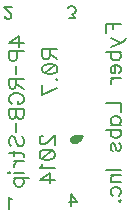
<source format=gbo>
G04 DipTrace 2.4.0.2*
%IN4P-RGB-Strip.gbo*%
%MOMM*%
%ADD10C,0.25*%
%ADD20O,0.863X0.723*%
%ADD30C,0.196*%
%ADD31C,0.157*%
%FSLAX53Y53*%
G04*
G71*
G90*
G75*
G01*
%LNBotSilk*%
%LPD*%
G36*
X18742Y17831D2*
X18109Y17214D1*
X17762Y17698D1*
X17919Y17824D1*
X18742Y17831D1*
G37*
D20*
X18047Y17549D3*
X18626Y17834D2*
D10*
G02X18123Y17317I-586J68D01*
G01*
X18603Y17848D2*
G03X17982Y17787I-219J-970D01*
G01*
X13706Y25734D2*
D30*
X12431D1*
X13280Y26342D1*
Y25431D1*
X13098Y25039D2*
Y24491D1*
X13038Y24310D1*
X12976Y24248D1*
X12855Y24188D1*
X12673D1*
X12552Y24248D1*
X12490Y24310D1*
X12430Y24491D1*
Y25039D1*
X13706D1*
X13068Y23796D2*
Y23094D1*
X13038Y22702D2*
Y22156D1*
X12976Y21973D1*
X12915Y21911D1*
X12795Y21851D1*
X12673D1*
X12552Y21911D1*
X12490Y21973D1*
X12430Y22156D1*
Y22702D1*
X13706D1*
X13038Y22276D2*
X13706Y21851D1*
X12733Y20548D2*
X12612Y20608D1*
X12490Y20730D1*
X12430Y20851D1*
Y21094D1*
X12490Y21216D1*
X12612Y21337D1*
X12733Y21398D1*
X12915Y21459D1*
X13220D1*
X13401Y21398D1*
X13523Y21337D1*
X13644Y21216D1*
X13706Y21094D1*
Y20851D1*
X13644Y20730D1*
X13523Y20608D1*
X13401Y20548D1*
X13220D1*
Y20851D1*
X12430Y20156D2*
X13706D1*
Y19608D1*
X13644Y19426D1*
X13584Y19365D1*
X13463Y19305D1*
X13280D1*
X13158Y19365D1*
X13098Y19426D1*
X13038Y19608D1*
X12976Y19426D1*
X12915Y19365D1*
X12795Y19305D1*
X12673D1*
X12552Y19365D1*
X12490Y19426D1*
X12430Y19608D1*
Y20156D1*
X13038D2*
Y19608D1*
X13068Y18913D2*
Y18211D1*
X12612Y16968D2*
X12490Y17089D1*
X12430Y17271D1*
Y17514D1*
X12490Y17696D1*
X12612Y17819D1*
X12733D1*
X12855Y17757D1*
X12915Y17696D1*
X12976Y17576D1*
X13098Y17211D1*
X13158Y17089D1*
X13220Y17028D1*
X13341Y16968D1*
X13523D1*
X13644Y17089D1*
X13706Y17271D1*
Y17514D1*
X13644Y17696D1*
X13523Y17819D1*
X12430Y16393D2*
X13463D1*
X13644Y16333D1*
X13706Y16211D1*
Y16090D1*
X12855Y16576D2*
Y16150D1*
Y15698D2*
X13706D1*
X13220D2*
X13038Y15636D1*
X12915Y15515D1*
X12855Y15393D1*
Y15211D1*
X12430Y14819D2*
X12490Y14758D1*
X12430Y14696D1*
X12368Y14758D1*
X12430Y14819D1*
X12855Y14758D2*
X13706D1*
X12855Y14304D2*
X14131D1*
X13038D2*
X12917Y14182D1*
X12855Y14061D1*
Y13879D1*
X12917Y13757D1*
X13038Y13636D1*
X13220Y13574D1*
X13342D1*
X13523Y13636D1*
X13645Y13757D1*
X13706Y13879D1*
Y14061D1*
X13645Y14182D1*
X13523Y14304D1*
X20625Y26572D2*
Y27362D1*
X21901D1*
X21233D2*
Y26877D1*
X21050Y26118D2*
X21901Y25755D1*
X22144Y25875D1*
X22266Y25997D1*
X22326Y26118D1*
Y26180D1*
X21050Y25390D2*
X21901Y25755D1*
X20625Y24997D2*
X21901D1*
X21233D2*
X21110Y24875D1*
X21050Y24754D1*
Y24572D1*
X21110Y24451D1*
X21233Y24329D1*
X21415Y24269D1*
X21536D1*
X21718Y24329D1*
X21839Y24451D1*
X21901Y24572D1*
Y24754D1*
X21839Y24875D1*
X21718Y24997D1*
X21415Y23877D2*
Y23148D1*
X21293D1*
X21171Y23208D1*
X21110Y23269D1*
X21050Y23391D1*
Y23573D1*
X21110Y23694D1*
X21233Y23816D1*
X21415Y23877D1*
X21536D1*
X21718Y23816D1*
X21839Y23694D1*
X21901Y23573D1*
Y23391D1*
X21839Y23269D1*
X21718Y23148D1*
X21050Y22756D2*
X21901D1*
X21415D2*
X21233Y22694D1*
X21110Y22573D1*
X21050Y22451D1*
Y22269D1*
X20625Y20642D2*
X21901D1*
Y19913D1*
X21050Y18793D2*
X21901D1*
X21233D2*
X21110Y18913D1*
X21050Y19036D1*
Y19217D1*
X21110Y19339D1*
X21233Y19460D1*
X21415Y19521D1*
X21536D1*
X21718Y19460D1*
X21839Y19339D1*
X21901Y19217D1*
Y19036D1*
X21839Y18913D1*
X21718Y18793D1*
X20625Y18401D2*
X21901D1*
X21233D2*
X21110Y18278D1*
X21050Y18158D1*
Y17975D1*
X21110Y17854D1*
X21233Y17732D1*
X21415Y17672D1*
X21536D1*
X21718Y17732D1*
X21839Y17854D1*
X21901Y17975D1*
Y18158D1*
X21839Y18278D1*
X21718Y18401D1*
X21233Y16612D2*
X21110Y16672D1*
X21050Y16854D1*
Y17037D1*
X21110Y17219D1*
X21233Y17280D1*
X21353Y17219D1*
X21415Y17097D1*
X21475Y16794D1*
X21536Y16672D1*
X21658Y16612D1*
X21718D1*
X21839Y16672D1*
X21901Y16854D1*
Y17037D1*
X21839Y17219D1*
X21718Y17280D1*
X20625Y14985D2*
X21901D1*
X21050Y14593D2*
X21901D1*
X21293D2*
X21110Y14410D1*
X21050Y14288D1*
Y14107D1*
X21110Y13985D1*
X21293Y13925D1*
X21901D1*
X21233Y12802D2*
X21110Y12925D1*
X21050Y13047D1*
Y13228D1*
X21110Y13350D1*
X21233Y13471D1*
X21415Y13532D1*
X21536D1*
X21718Y13471D1*
X21839Y13350D1*
X21901Y13228D1*
Y13047D1*
X21839Y12925D1*
X21718Y12802D1*
X21779Y12350D2*
X21840Y12410D1*
X21901Y12350D1*
X21840Y12288D1*
X21779Y12350D1*
X15872Y25188D2*
Y24642D1*
X15810Y24459D1*
X15750Y24397D1*
X15629Y24337D1*
X15507D1*
X15386Y24397D1*
X15324Y24459D1*
X15264Y24642D1*
Y25188D1*
X16540D1*
X15872Y24762D2*
X16540Y24337D1*
X15265Y23580D2*
X15326Y23762D1*
X15508Y23884D1*
X15811Y23945D1*
X15994D1*
X16297Y23884D1*
X16480Y23762D1*
X16540Y23580D1*
Y23459D1*
X16480Y23277D1*
X16297Y23156D1*
X15994Y23094D1*
X15811D1*
X15508Y23156D1*
X15326Y23277D1*
X15265Y23459D1*
Y23580D1*
X15508Y23156D2*
X16297Y23884D1*
X16418Y22642D2*
X16480Y22702D1*
X16540Y22642D1*
X16480Y22580D1*
X16418Y22642D1*
X16540Y21945D2*
X15265Y21337D1*
Y22188D1*
X15333Y17872D2*
X15273D1*
X15151Y17812D1*
X15090Y17751D1*
X15030Y17629D1*
Y17386D1*
X15090Y17266D1*
X15151Y17205D1*
X15273Y17143D1*
X15394D1*
X15516Y17205D1*
X15697Y17326D1*
X16305Y17934D1*
Y17083D1*
X15030Y16326D2*
X15090Y16508D1*
X15273Y16631D1*
X15576Y16691D1*
X15759D1*
X16062Y16631D1*
X16244Y16508D1*
X16305Y16326D1*
Y16205D1*
X16244Y16023D1*
X16062Y15902D1*
X15759Y15840D1*
X15576D1*
X15273Y15902D1*
X15090Y16023D1*
X15030Y16205D1*
Y16326D1*
X15273Y15902D2*
X16062Y16631D1*
X15273Y15448D2*
X15211Y15326D1*
X15030Y15143D1*
X16305D1*
Y14143D2*
X15030D1*
X15879Y14751D1*
Y13840D1*
X17726Y11891D2*
D31*
Y12911D1*
X18212Y12232D1*
X17483D1*
X12660Y12504D2*
X12562Y12553D1*
X12416Y12698D1*
Y11678D1*
X12066Y27998D2*
Y27950D1*
X12114Y27852D1*
X12162Y27804D1*
X12260Y27755D1*
X12454D1*
X12551Y27804D1*
X12599Y27852D1*
X12648Y27950D1*
Y28046D1*
X12599Y28144D1*
X12502Y28289D1*
X12016Y28775D1*
X12697D1*
X17501Y27836D2*
X18035D1*
X17744Y28224D1*
X17890D1*
X17986Y28273D1*
X18035Y28321D1*
X18084Y28467D1*
Y28563D1*
X18035Y28709D1*
X17938Y28807D1*
X17792Y28855D1*
X17646D1*
X17501Y28807D1*
X17453Y28758D1*
X17404Y28661D1*
M02*

</source>
